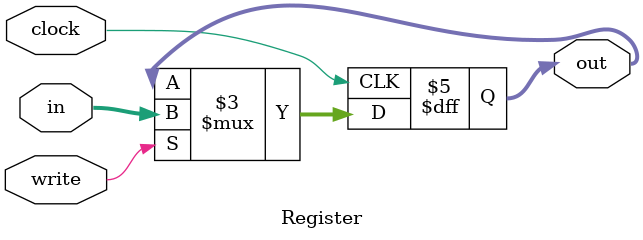
<source format=v>
`define WORD_SIZE 16

module Register (
    input[`WORD_SIZE-1:0] in,
    input write,
    input clock,
    output reg [`WORD_SIZE-1:0] out
);  

    always @( posedge clock ) begin
        if( write ) out <= in;
        else        out <= out;
    end
    
endmodule
</source>
